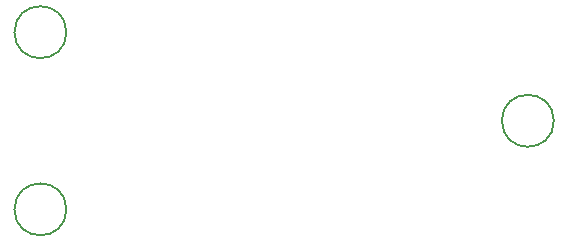
<source format=gbr>
%TF.GenerationSoftware,KiCad,Pcbnew,8.0.3*%
%TF.CreationDate,2024-10-12T12:31:44+02:00*%
%TF.ProjectId,Parkside-100W-Brick,5061726b-7369-4646-952d-313030572d42,rev?*%
%TF.SameCoordinates,Original*%
%TF.FileFunction,Other,Comment*%
%FSLAX46Y46*%
G04 Gerber Fmt 4.6, Leading zero omitted, Abs format (unit mm)*
G04 Created by KiCad (PCBNEW 8.0.3) date 2024-10-12 12:31:44*
%MOMM*%
%LPD*%
G01*
G04 APERTURE LIST*
%ADD10C,0.150000*%
G04 APERTURE END LIST*
D10*
%TO.C,J1*%
X199700000Y-100000000D02*
G75*
G02*
X195300000Y-100000000I-2200000J0D01*
G01*
X195300000Y-100000000D02*
G75*
G02*
X199700000Y-100000000I2200000J0D01*
G01*
%TO.C,J3*%
X158430000Y-92500000D02*
G75*
G02*
X154030000Y-92500000I-2200000J0D01*
G01*
X154030000Y-92500000D02*
G75*
G02*
X158430000Y-92500000I2200000J0D01*
G01*
%TO.C,J6*%
X158430000Y-107500000D02*
G75*
G02*
X154030000Y-107500000I-2200000J0D01*
G01*
X154030000Y-107500000D02*
G75*
G02*
X158430000Y-107500000I2200000J0D01*
G01*
%TD*%
M02*

</source>
